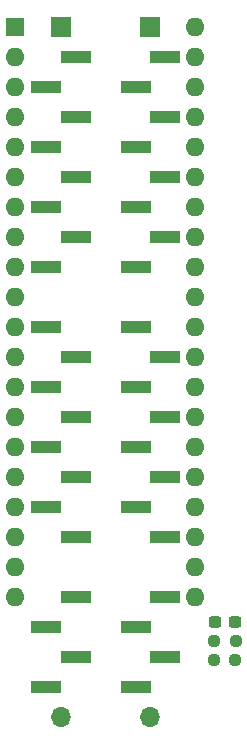
<source format=gbr>
G04 #@! TF.GenerationSoftware,KiCad,Pcbnew,8.0.4+dfsg-1*
G04 #@! TF.CreationDate,2025-02-27T20:07:17+09:00*
G04 #@! TF.ProjectId,bionic-p8080,62696f6e-6963-42d7-9038-3038302e6b69,1*
G04 #@! TF.SameCoordinates,Original*
G04 #@! TF.FileFunction,Soldermask,Bot*
G04 #@! TF.FilePolarity,Negative*
%FSLAX46Y46*%
G04 Gerber Fmt 4.6, Leading zero omitted, Abs format (unit mm)*
G04 Created by KiCad (PCBNEW 8.0.4+dfsg-1) date 2025-02-27 20:07:17*
%MOMM*%
%LPD*%
G01*
G04 APERTURE LIST*
G04 Aperture macros list*
%AMRoundRect*
0 Rectangle with rounded corners*
0 $1 Rounding radius*
0 $2 $3 $4 $5 $6 $7 $8 $9 X,Y pos of 4 corners*
0 Add a 4 corners polygon primitive as box body*
4,1,4,$2,$3,$4,$5,$6,$7,$8,$9,$2,$3,0*
0 Add four circle primitives for the rounded corners*
1,1,$1+$1,$2,$3*
1,1,$1+$1,$4,$5*
1,1,$1+$1,$6,$7*
1,1,$1+$1,$8,$9*
0 Add four rect primitives between the rounded corners*
20,1,$1+$1,$2,$3,$4,$5,0*
20,1,$1+$1,$4,$5,$6,$7,0*
20,1,$1+$1,$6,$7,$8,$9,0*
20,1,$1+$1,$8,$9,$2,$3,0*%
G04 Aperture macros list end*
%ADD10R,1.600000X1.600000*%
%ADD11O,1.600000X1.600000*%
%ADD12RoundRect,0.237500X0.300000X0.237500X-0.300000X0.237500X-0.300000X-0.237500X0.300000X-0.237500X0*%
%ADD13RoundRect,0.237500X0.250000X0.237500X-0.250000X0.237500X-0.250000X-0.237500X0.250000X-0.237500X0*%
%ADD14RoundRect,0.237500X-0.250000X-0.237500X0.250000X-0.237500X0.250000X0.237500X-0.250000X0.237500X0*%
%ADD15O,1.700000X1.700000*%
%ADD16R,2.510000X1.000000*%
%ADD17R,1.700000X1.700000*%
G04 APERTURE END LIST*
D10*
X106080000Y-75080000D03*
D11*
X106080000Y-77620000D03*
X106080000Y-80160000D03*
X106080000Y-82700000D03*
X106080000Y-85240000D03*
X106080000Y-87780000D03*
X106080000Y-90320000D03*
X106080000Y-92860000D03*
X106080000Y-95400000D03*
X106080000Y-97940000D03*
X106080000Y-100480000D03*
X106080000Y-103020000D03*
X106080000Y-105560000D03*
X106080000Y-108100000D03*
X106080000Y-110640000D03*
X106080000Y-113180000D03*
X106080000Y-115720000D03*
X106080000Y-118260000D03*
X106080000Y-120800000D03*
X106080000Y-123340000D03*
X121320000Y-123340000D03*
X121320000Y-120800000D03*
X121320000Y-118260000D03*
X121320000Y-115720000D03*
X121320000Y-113180000D03*
X121320000Y-110640000D03*
X121320000Y-108100000D03*
X121320000Y-105560000D03*
X121320000Y-103020000D03*
X121320000Y-100480000D03*
X121320000Y-97940000D03*
X121320000Y-95400000D03*
X121320000Y-92860000D03*
X121320000Y-90320000D03*
X121320000Y-87780000D03*
X121320000Y-85240000D03*
X121320000Y-82700000D03*
X121320000Y-80160000D03*
X121320000Y-77620000D03*
X121320000Y-75080000D03*
D12*
X124671700Y-125448200D03*
X122946700Y-125448200D03*
D13*
X124721700Y-127023000D03*
X122896700Y-127023000D03*
D14*
X122873200Y-128623200D03*
X124698200Y-128623200D03*
D15*
X117514600Y-133500000D03*
D16*
X116270000Y-130960000D03*
X118759200Y-128420000D03*
X116270000Y-125880000D03*
X118759200Y-123340000D03*
X118759200Y-118260000D03*
X116270000Y-115720000D03*
X118759200Y-113180000D03*
X116270000Y-110640000D03*
X118759200Y-108100000D03*
X116270000Y-105560000D03*
X118759200Y-103020000D03*
X116270000Y-100480000D03*
X116270000Y-95400000D03*
X118759200Y-92860000D03*
X116270000Y-90320000D03*
X118759200Y-87780000D03*
X116270000Y-85240000D03*
X118759200Y-82700000D03*
X116270000Y-80160000D03*
X118759200Y-77620000D03*
D17*
X117514600Y-75080000D03*
X109936200Y-75080000D03*
D16*
X111180800Y-77620000D03*
X108691600Y-80160000D03*
X111180800Y-82700000D03*
X108691600Y-85240000D03*
X111180800Y-87780000D03*
X108691600Y-90320000D03*
X111180800Y-92860000D03*
X108691600Y-95400000D03*
X108691600Y-100480000D03*
X111180800Y-103020000D03*
X108691600Y-105560000D03*
X111180800Y-108100000D03*
X108691600Y-110640000D03*
X111180800Y-113180000D03*
X108691600Y-115720000D03*
X111180800Y-118260000D03*
X111180800Y-123340000D03*
X108691600Y-125880000D03*
X111180800Y-128420000D03*
X108691600Y-130960000D03*
D15*
X109936200Y-133500000D03*
M02*

</source>
